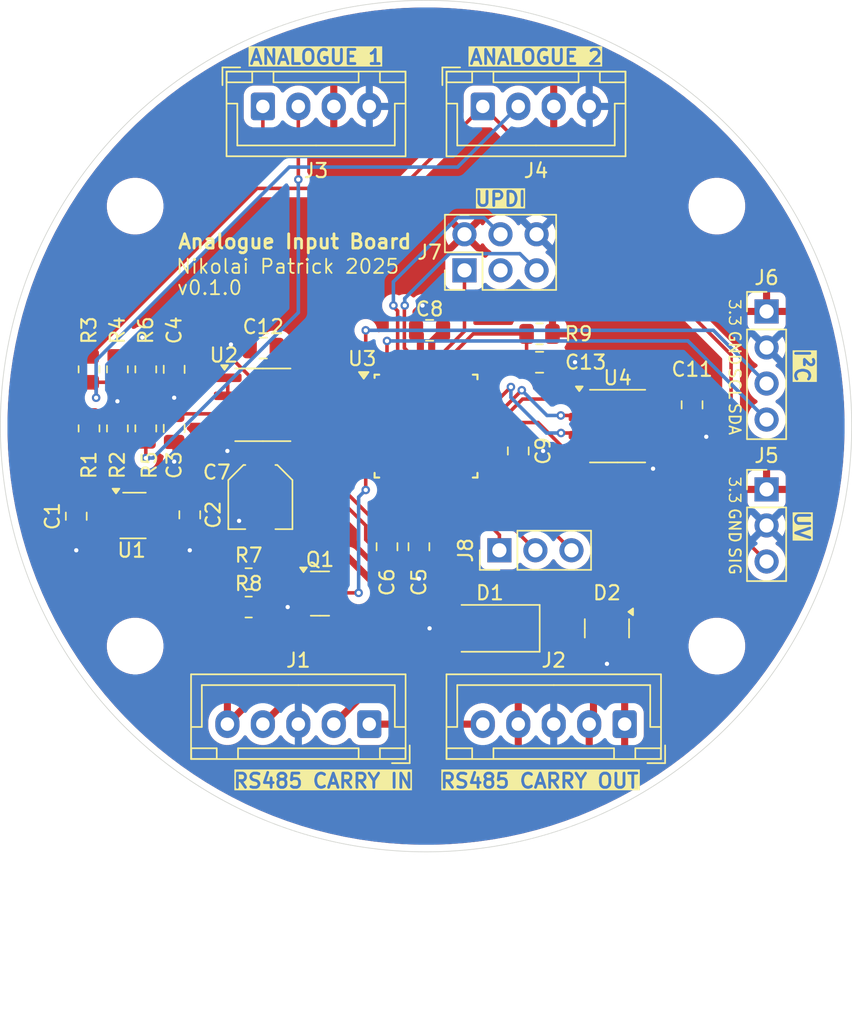
<source format=kicad_pcb>
(kicad_pcb
	(version 20241229)
	(generator "pcbnew")
	(generator_version "9.0")
	(general
		(thickness 1.6)
		(legacy_teardrops no)
	)
	(paper "A4")
	(layers
		(0 "F.Cu" signal)
		(2 "B.Cu" signal)
		(9 "F.Adhes" user "F.Adhesive")
		(11 "B.Adhes" user "B.Adhesive")
		(13 "F.Paste" user)
		(15 "B.Paste" user)
		(5 "F.SilkS" user "F.Silkscreen")
		(7 "B.SilkS" user "B.Silkscreen")
		(1 "F.Mask" user)
		(3 "B.Mask" user)
		(17 "Dwgs.User" user "User.Drawings")
		(19 "Cmts.User" user "User.Comments")
		(21 "Eco1.User" user "User.Eco1")
		(23 "Eco2.User" user "User.Eco2")
		(25 "Edge.Cuts" user)
		(27 "Margin" user)
		(31 "F.CrtYd" user "F.Courtyard")
		(29 "B.CrtYd" user "B.Courtyard")
		(35 "F.Fab" user)
		(33 "B.Fab" user)
		(39 "User.1" user)
		(41 "User.2" user)
		(43 "User.3" user)
		(45 "User.4" user)
	)
	(setup
		(pad_to_mask_clearance 0)
		(allow_soldermask_bridges_in_footprints no)
		(tenting front back)
		(grid_origin 33 68)
		(pcbplotparams
			(layerselection 0x00000000_00000000_55555555_5755f5ff)
			(plot_on_all_layers_selection 0x00000000_00000000_00000000_00000000)
			(disableapertmacros no)
			(usegerberextensions no)
			(usegerberattributes yes)
			(usegerberadvancedattributes yes)
			(creategerberjobfile yes)
			(dashed_line_dash_ratio 12.000000)
			(dashed_line_gap_ratio 3.000000)
			(svgprecision 4)
			(plotframeref no)
			(mode 1)
			(useauxorigin no)
			(hpglpennumber 1)
			(hpglpenspeed 20)
			(hpglpendiameter 15.000000)
			(pdf_front_fp_property_popups yes)
			(pdf_back_fp_property_popups yes)
			(pdf_metadata yes)
			(pdf_single_document no)
			(dxfpolygonmode yes)
			(dxfimperialunits yes)
			(dxfusepcbnewfont yes)
			(psnegative no)
			(psa4output no)
			(plot_black_and_white yes)
			(sketchpadsonfab no)
			(plotpadnumbers no)
			(hidednponfab no)
			(sketchdnponfab yes)
			(crossoutdnponfab yes)
			(subtractmaskfromsilk no)
			(outputformat 1)
			(mirror no)
			(drillshape 1)
			(scaleselection 1)
			(outputdirectory "")
		)
	)
	(net 0 "")
	(net 1 "GND")
	(net 2 "VCC")
	(net 3 "+3.3V")
	(net 4 "Net-(U2A-+)")
	(net 5 "Net-(U2B-+)")
	(net 6 "/4808_PD0")
	(net 7 "/4808_PD1")
	(net 8 "/4808_RESET")
	(net 9 "/WAKEUP_EXT")
	(net 10 "/RS485_B")
	(net 11 "/RS485_A")
	(net 12 "Net-(J3-Pin_2)")
	(net 13 "Net-(J3-Pin_1)")
	(net 14 "Net-(J4-Pin_1)")
	(net 15 "Net-(J4-Pin_2)")
	(net 16 "/4808_I2C_SDA")
	(net 17 "/4808_I2C_SCL")
	(net 18 "/4808_UART0_RXD")
	(net 19 "/4808_UART0_TXD")
	(net 20 "unconnected-(J7-Pin_3-Pad3)")
	(net 21 "/UPDI")
	(net 22 "/WAKEUP_IO")
	(net 23 "Net-(Q1-G)")
	(net 24 "unconnected-(U1-NC-Pad4)")
	(net 25 "/OA_RUN")
	(net 26 "unconnected-(U3-PF5-Pad25)")
	(net 27 "unconnected-(U3-PC0-Pad6)")
	(net 28 "unconnected-(U3-PF4-Pad24)")
	(net 29 "unconnected-(U3-PA5-Pad3)")
	(net 30 "unconnected-(U3-PC3-Pad9)")
	(net 31 "unconnected-(U3-PD5-Pad15)")
	(net 32 "unconnected-(U3-PD7-Pad17)")
	(net 33 "/4808_PD4")
	(net 34 "unconnected-(U3-PC1-Pad7)")
	(net 35 "/4808_PD2")
	(net 36 "/4808_PD3")
	(net 37 "/RS485_DE")
	(net 38 "unconnected-(U3-PA6-Pad4)")
	(net 39 "unconnected-(U3-PA7-Pad5)")
	(net 40 "/RS485_RE")
	(net 41 "unconnected-(U3-PD6-Pad16)")
	(net 42 "unconnected-(U3-PA4-Pad2)")
	(net 43 "/4808_UART2_RXD")
	(net 44 "/4808_UART2_TXD")
	(footprint "MountingHole:MountingHole_3.5mm" (layer "F.Cu") (at 83.5 82.5))
	(footprint "Resistor_SMD:R_0805_2012Metric" (layer "F.Cu") (at 50.5 110.75))
	(footprint "Package_TO_SOT_SMD:SOT-23-5_HandSoldering" (layer "F.Cu") (at 42.35 104.3))
	(footprint "Capacitor_SMD:C_0805_2012Metric" (layer "F.Cu") (at 63.25 91.25 180))
	(footprint "Capacitor_SMD:C_0805_2012Metric" (layer "F.Cu") (at 51.525 92.5 180))
	(footprint "Capacitor_SMD:C_0805_2012Metric" (layer "F.Cu") (at 81.75 96.5 -90))
	(footprint "Connector_PinHeader_2.54mm:PinHeader_1x03_P2.54mm_Vertical" (layer "F.Cu") (at 87 102.46))
	(footprint "Resistor_SMD:R_0805_2012Metric" (layer "F.Cu") (at 50.5 108.75))
	(footprint "Package_QFP:TQFP-32_7x7mm_P0.8mm" (layer "F.Cu") (at 63 98))
	(footprint "Connector_PinHeader_2.54mm:PinHeader_1x04_P2.54mm_Vertical" (layer "F.Cu") (at 87 89.92))
	(footprint "Resistor_SMD:R_0805_2012Metric" (layer "F.Cu") (at 39.25 94 -90))
	(footprint "Resistor_SMD:R_0805_2012Metric" (layer "F.Cu") (at 39.25 98.1625 -90))
	(footprint "Capacitor_SMD:C_0805_2012Metric" (layer "F.Cu") (at 62.5 106.5 -90))
	(footprint "Capacitor_SMD:C_0805_2012Metric" (layer "F.Cu") (at 45.25 98.1625 -90))
	(footprint "Capacitor_SMD:C_Elec_4x5.4" (layer "F.Cu") (at 51.325 103 -90))
	(footprint "Package_TO_SOT_SMD:SOT-23" (layer "F.Cu") (at 75.75 112.25 -90))
	(footprint "Connector_JST:JST_XH_B5B-XH-A_1x05_P2.50mm_Vertical" (layer "F.Cu") (at 77 119 180))
	(footprint "Package_SO:SOIC-8_3.9x4.9mm_P1.27mm" (layer "F.Cu") (at 51.5 96.5))
	(footprint "Connector_JST:JST_XH_B4B-XH-A_1x04_P2.50mm_Vertical" (layer "F.Cu") (at 67 75.475))
	(footprint "Resistor_SMD:R_0805_2012Metric" (layer "F.Cu") (at 41.25 94 90))
	(footprint "MountingHole:MountingHole_3.5mm" (layer "F.Cu") (at 83.5 113.5))
	(footprint "Connector_JST:JST_XH_B5B-XH-A_1x05_P2.50mm_Vertical" (layer "F.Cu") (at 59 119 180))
	(footprint "Connector_JST:JST_XH_B4B-XH-A_1x04_P2.50mm_Vertical" (layer "F.Cu") (at 51.5 75.475))
	(footprint "Capacitor_SMD:C_0805_2012Metric" (layer "F.Cu") (at 45.25 94 -90))
	(footprint "Capacitor_SMD:C_0805_2012Metric" (layer "F.Cu") (at 60.25 106.5 -90))
	(footprint "Resistor_SMD:R_0805_2012Metric" (layer "F.Cu") (at 41.25 98.1625 90))
	(footprint "Capacitor_SMD:C_0805_2012Metric" (layer "F.Cu") (at 38.35 104.35 90))
	(footprint "Package_SO:SOIC-8_3.9x4.9mm_P1.27mm" (layer "F.Cu") (at 76.5 98))
	(footprint "Diode_SMD:D_SMA" (layer "F.Cu") (at 67.5 112.25 180))
	(footprint "Resistor_SMD:R_0805_2012Metric" (layer "F.Cu") (at 43.25 98.1625 90))
	(footprint "Package_TO_SOT_SMD:SOT-23" (layer "F.Cu") (at 55.525 109.8))
	(footprint "Capacitor_SMD:C_0805_2012Metric" (layer "F.Cu") (at 69.5 99.75 90))
	(footprint "Resistor_SMD:R_0805_2012Metric" (layer "F.Cu") (at 43.25 94 90))
	(footprint "Capacitor_SMD:C_0805_2012Metric" (layer "F.Cu") (at 46.35 104.25 90))
	(footprint "Connector_PinHeader_2.54mm:PinHeader_1x03_P2.54mm_Vertical" (layer "F.Cu") (at 68.17 106.75 90))
	(footprint "MountingHole:MountingHole_3.5mm" (layer "F.Cu") (at 42.5 113.5))
	(footprint "MountingHole:MountingHole_3.5mm" (layer "F.Cu") (at 42.5 82.5))
	(footprint "Capacitor_SMD:C_0805_2012Metric" (layer "F.Cu") (at 71 93.5))
	(footprint "Connector_PinHeader_2.54mm:PinHeader_2x03_P2.54mm_Vertical"
		(layer "F.Cu")
		(uuid "f6312f9c-ad75-409f-93e7-3276ee976a35")
		(at 65.71 87.025 90)
		(descr "Through hole straight pin header, 2x03, 2.54mm pitch, double rows")
		(tags "Through hole pin header THT 2x03 2.54mm double row")
		(property "Reference" "J7"
			(at 1.27 -2.46 180)
			(layer "F.SilkS")
			(uuid "89523534-45fb-48f1-a731-5252744d4b05")
			(effects
				(font
					(size 1 1)
					(thickness 0.15)
				)
			)
		)
		(property "Value" "microUPDI"
			(at 1.27 7.46 90)
			(layer "F.Fab")
			(uuid "45a77d22-8c41-426c-9d46-9139dad7112e")
			(effects
				(font
					(size 1 1)
					(thickness 0.15)
				)
			)
		)
		(property "Datasheet" ""
			(at 0 0 90)
			(layer "F.Fab")
			(hide yes)
			(uuid "c83904b2-a05b-411f-97aa-50537276e19a")
			(effects
				(font
					(size 1.27 1.27)
					(thickness 0.15)
				)
			)
		)
		(property "Description" "Generic connector, double row, 02x03, odd/even pin numbering scheme (row 1 odd numbers, row 2 even numbers), script generated (kicad-library-utils/schlib/autogen/connector/)"
			(at 0 0 90)
			(layer "F.Fab")
			(hide yes)
			(uuid "a152bfd4-e7a7-44df-82dd-42834fc51ea8")
			(effects
				(font
					(size 1.27 1.27)
					(thickness 0.15)
				)
			)
		)
		(property ki_fp_filters "Connector*:*_2x??_*")
		(path "/b45cc926-8381-42d4-bb94-572dfd79f58d")
		(sheetname "/")
		(sheetfile "weatherStationAnalogueInputBoard.kicad_sch")
		(attr through_hole)
		(fp_line
			(start 3.92 -1.38)
			(end 3.92 6.46)
			(stroke
				(width 0.12)
				(type solid)
			)
			(layer "F.SilkS")
			(uuid "3659291a-6809-400e-a4c3-f5e22929d5ff")
		)
		(fp_line
			(start 1.27 -1.38)
			(end 3.92 -1.38)
			(stroke
				(width 0.12)
				(type solid)
			)
			(layer "F.SilkS")
			(uuid "33969577-4a60-4562-93e9-fabd6704803d")
		)
		(fp_line
			(start -1.38 -1.38)
			(end 0 -1.38)
			(stroke
				(width 0.12)
				(type solid)
			)
			(layer "F.SilkS")
			(uuid "a5831978-1f5f-4c5e-826b-ea2bb5ee532e")
		)
		(fp_line
			(start -1.38 0)
			(end -1.38 -1.38)
			(stroke
				(width 0.12)
				(type solid)
			)
			(layer "F.SilkS")
			(uuid "b4e428ee-5324-4f29-94a4-2fd3d4cc70b4")
		)
		(fp_line
			(start 1.27 1.27)
			(end 1.27 -1.38)
			(stroke
				(width 0.12)
				(type solid)
			)
			(layer "F.SilkS")
			(uuid "dfe5481e-a5c9-46c6-99d0-3d6c34a2289f")
		)
		(fp_line
			(start -1.38 1.27)
			(end 1.27 1.27)
			(stroke
				(width 0.12)
				(type solid)
			)
			(layer "F.SilkS")
			(uuid "65eec072-bf21-469a-81c3-642178a6d544")
		)
		(fp_line
			(start -1.38 1.27)
			(end -1.38 6.46)
			(stroke
				(width 0.12)
				(type solid)
			)
			(layer "F.SilkS")
			(uuid "68fff757-02e3-468b-8ccc-d38e58292118")
		)
		(fp_line
			(start -1.38 6.46)
			(end 3.92 6.46)
			(stroke
				(width 0.12)
				(type solid)
			)
			(layer "F.SilkS")
			(uuid "e83f8920-0876-45b3-a787-6a058d9f2967")
		)
		(fp_line
			(start 4.32 -1.77)
			(end -1.77 -1.77)
			(stroke
				(width 0.05)
				(type solid)
			)
			(layer "F.CrtYd")
			(uuid "29d87329-4360-4d94-a7de-2a6740aa618e")
		)
		(fp_line
			(start -1.77 -1.77)
			(end -1.77 6.85)
			(stroke
				(width 0.05)
				(type solid)
			)
			(layer "F.CrtYd")
			(uuid "e7569705-7314-42ce-8ab4-7528fcea4948")
		)
		(fp_line
			(start 4.32 6.85)
			(end 4.32 -1.77)
			(stroke
				(width 0.05)
				(type solid)
			)
			(layer "F.CrtYd")
			(uuid "cb398993-f74f-49b8-bd65-bdd09f397bf9")
		)
		(fp_line
			(start -1.77 6.85)
			(end 4.32 6.85)
			(stroke
				(width 0.05)
				(type solid)
			)
			(layer "F.CrtYd")
			(uuid "b747708b-1ca6-4e69-a005-b6deac9963ed")
		)
		(fp_line
			(start 3.81 -1.27)
			(end 3.81 6.35)
			(stroke
				(width 0.1)
				(type solid)
			)
			(layer "F.Fab")
			(uuid "2cb8bd15-af69-4ddc-9910-493297d4b7b3")
		)
		(fp_line
			(start 0 -1.27)
			(end 3.81 -1.27)
			(stroke
				(width 0.1)
				(type solid)
			)
			(layer "F.Fab")
			(uuid "981488c4-f122-4d2b-bd79-2aa34fee6cc1")
		)
		(fp_line
			(start -1.27 0)
			(end 0 -1.27)
			(stroke
				(width 0.1)
				(type solid)
			)
			(layer "F.Fab")
			(uuid "0176baae-dd67-4535-8fac-e20c5f371fc1")
		)
		(fp_line
			(start 3.81 6.35)
			(end -1.27 6.35)
			(stroke
				(width 0.1)
				(type solid)
			)
			(layer "F.Fab")
			(uuid "f6faa802-8a78-405e-a8b7-bf01402f372a")
		)
		(fp_line
			(start -1.27 6.35)
			(end -1.27 0)
			(stroke
				(width 0.1)
				(type solid)
			)
			(layer "F.Fab")
			(uuid "4b64041a-e782-4fb0-b405-f08597bd687a")
		)
		(fp_text user "${REFERENCE}"
			(at 1.27 2.54 0)
			(layer "F.Fab")
			(uuid "9dead51b-8708-48a1-ac95-48e058de1c69")
			(effects
				(font
					(size 1 1)
					(thickness 0.15)
				)
			)
		)
		(pad "1" thru_hole rect
			(at 0 0 90)
			(size 1.7 1.7)
			(drill 1)
			(layers "*.Cu" "*.Mask")
			(remove_unused_layers no)
			(net 21 "/UPDI")
			(pinfunction "Pin_1")
			(pintype "passive")
			(uuid "ef9097a9-9c58-43e5-a642-56854ce5fd69")
		)
		(pad "2" thru_hole circle
			(at 2.54 0 90)
			(size 1.7 1.7)
			(drill 1)
			(layers "*.Cu" "*.Mask")
			(remove_unused_layers no)
			(net 3 "+3.3V")
			(pinfunction "Pin_2")
			(pintype "passive")
			(uuid "0256bed9-d669-
... [248092 chars truncated]
</source>
